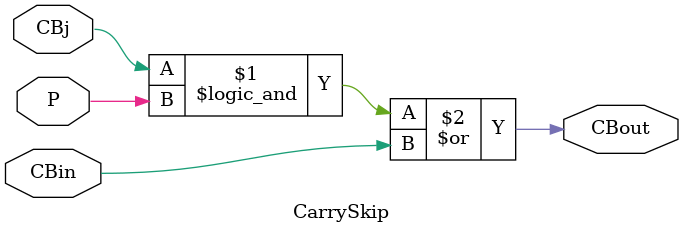
<source format=v>
module P_FOp(X, Y, R, CBin, P, result, CBout);
    input X, Y, R, CBin;
    output P, result, CBout;
    
    wire W, G;

    assign W = X ^ R;
    assign G = W & Y;

    assign P = W ^ Y;
    assign result = X ^ Y ^CBin;
    assign CBout = G | (P & CBin); 
endmodule

//Módulo P_ripple_2 modela un ripple de 2 P_FOp.
module P_ripple_2(a, b, r, CBin, P, result, CBout);
    input [1:0]a, b; 
    input  CBin, r;
    output P, CBout;
    output [1:0] result;

    wire CBout0, P0, P1;

    //Ripple de 2 Full Operators.
    P_FOp  
        FOp0( a[0] , b[0], r, CBin, P0, result[0], CBout0 ),
        FOp1( a[1] , b[1], r, CBout0, P1, result[1], CBout );
    
    //Calculo del propagado grupal.
    assign P = P0 && P1;

endmodule

//Módulo P_ripple_3 modela un ripple de 3 P_FOp.
module P_ripple_3(a, b, r, CBin, P, result, CBout);
    input [2:0]a, b; 
    input  CBin, r;
    output P, CBout;
    output [2:0] result;

    wire CBout0, CBout1, P0, P1, P2 ; 

    //Ripple de 3 Full Operators
    P_FOp  
        FOp0( a[0] , b[0], r, CBin, P0, result[0], CBout0 ),
        FOp1( a[1] , b[1], r, CBout0, P1, result[1], CBout1 ),
        FOp2(a[2] , b[2], r, CBout1, P2, result[2], CBout );
    
    //Calculo del propagado grupal.
    assign P = P0 && P1 && P2;

endmodule

//Módulo P_ripple_4 modela un ripple de 4 P_FOp.
module P_ripple_4(a, b, r, CBin, P, result, CBout);

    input [3:0]a, b; 
    input  CBin, r;
    output P, CBout;
    output [3:0] result;
    wire CBout0, CBout1, CBout2, P0, P1, P2, P3 ; 

    //Ripple de 4 full Operators.
    P_FOp  
        FOp0( a[0] , b[0], r, CBin, P0, result[0], CBout0 ), 
        FOp1( a[1] , b[1], r, CBout0, P1, result[1], CBout1 ),
        FOp2(a[2] , b[2], r, CBout1, P2, result[2], CBout2 ),
        FOp3(a[3] , b[3], r, CBout2, P3, result[3], CBout ); 
    
    //Calculo del propagado grupal.
    assign P = P0 && P1 && P2 && P3;

endmodule

//Modulo reversible_carry_skip_operator16. Modela un summador/restador de 16 bits,
//usando modulos ripple con operandos de 2, 3, 4 bits, conectados en ripple con logica skip
//en los modulos 3, 4, 5.
module ReversibleCarrySkipOperator_16bits(a, b, r, CBin, result, CBout);
    input [15:0] a, b;
    input CBin, r;
    output [15:0] result;
    output CBout;

    wire P10, CB1out, P42, CB4out, CB5in, P85, CB8out, CB9in, P129, CB12out, CB13in, P1513;

    //Ripple de P_ripple_n , con logica skip en los modulos 3, 4 y 5.

    P_ripple_2 r1 (a[1:0], b[1:0], r, CBin, P10, result[1:0], CB1out);//modulo 1.
    
    P_ripple_3 r2 (a[4:2], b[4:2], r, CB1out, P42, result[4:2], CB4out);//modulo 2.
    //Logica skip que calcula el carry de entrada al modulo 3
    CarrySkip CarrySKip5 (P42, CB1out, CB4out, CB5in); 

    P_ripple_4 r3 (a[8:5], b[8:5], r, CB5in, P85, result[8:5], CB8out);//modulo 3.
    //Logica skip que calcula el carry de entrada al modulo 4
    CarrySkip CarrySkip9 (P85, CB5in, CB8out, CB9in);

    P_ripple_4 r4 (a[12:9], b[12:9], r, CB9in, P129, result[12:9], CB12out);//modulo 4
    //Logica skip que calcula el carry de entrada al modulo 5.
    CarrySkip CarrySkip13 (P129, CB9in, CB12out, CB13in);

    P_ripple_3 r5 (a[15:13], b[15:13], r, CB13in, P1513, result[15:13], CBout);//modulo 5.

endmodule

//Modulo CarrySkip que modela la logica de skip.
module CarrySkip( P, CBj, CBin, CBout);
    input P, CBj, CBin;
    output CBout;

    assign CBout = (CBj && P) | CBin;

endmodule


</source>
